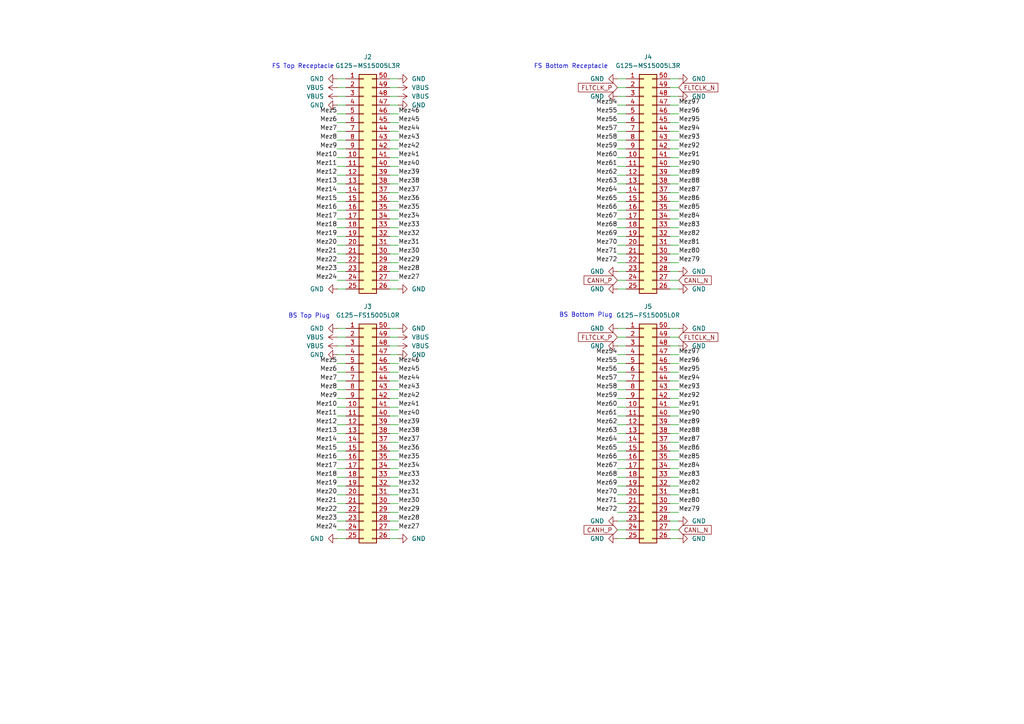
<source format=kicad_sch>
(kicad_sch (version 20250114) (generator "eeschema") (generator_version "9.0")
  (paper "A4")
  (lib_symbols
    (symbol "Connector_Generic:Conn_02x25_Counter_Clockwise" (pin_names (offset 1.016) (hide yes))
      (property "Reference" "J" (at 1.27 33.02 0))
      (property "Value" "Conn_02x25_Counter_Clockwise" (at 1.27 -33.02 0))
      (symbol "Conn_02x25_Counter_Clockwise_1_1"
        (rectangle (start -1.27 31.75) (end 3.81 -31.75) (stroke (width 0.254)) (fill (type background)))
        (rectangle (start -1.27 30.607) (end 0 30.353) (stroke (width 0.1524)))
        (rectangle (start -1.27 28.067) (end 0 27.813) (stroke (width 0.1524)))
        (rectangle (start -1.27 25.527) (end 0 25.273) (stroke (width 0.1524)))
        (rectangle (start -1.27 22.987) (end 0 22.733) (stroke (width 0.1524)))
        (rectangle (start -1.27 20.447) (end 0 20.193) (stroke (width 0.1524)))
        (rectangle (start -1.27 17.907) (end 0 17.653) (stroke (width 0.1524)))
        (rectangle (start -1.27 15.367) (end 0 15.113) (stroke (width 0.1524)))
        (rectangle (start -1.27 12.827) (end 0 12.573) (stroke (width 0.1524)))
        (rectangle (start -1.27 10.287) (end 0 10.033) (stroke (width 0.1524)))
        (rectangle (start -1.27 7.747) (end 0 7.493) (stroke (width 0.1524)))
        (rectangle (start -1.27 5.207) (end 0 4.953) (stroke (width 0.1524)))
        (rectangle (start -1.27 2.667) (end 0 2.413) (stroke (width 0.1524)))
        (rectangle (start -1.27 0.127) (end 0 -0.127) (stroke (width 0.1524)))
        (rectangle (start -1.27 -2.413) (end 0 -2.667) (stroke (width 0.1524)))
        (rectangle (start -1.27 -4.953) (end 0 -5.207) (stroke (width 0.1524)))
        (rectangle (start -1.27 -7.493) (end 0 -7.747) (stroke (width 0.1524)))
        (rectangle (start -1.27 -10.033) (end 0 -10.287) (stroke (width 0.1524)))
        (rectangle (start -1.27 -12.573) (end 0 -12.827) (stroke (width 0.1524)))
        (rectangle (start -1.27 -15.113) (end 0 -15.367) (stroke (width 0.1524)))
        (rectangle (start -1.27 -17.653) (end 0 -17.907) (stroke (width 0.1524)))
        (rectangle (start -1.27 -20.193) (end 0 -20.447) (stroke (width 0.1524)))
        (rectangle (start -1.27 -22.733) (end 0 -22.987) (stroke (width 0.1524)))
        (rectangle (start -1.27 -25.273) (end 0 -25.527) (stroke (width 0.1524)))
        (rectangle (start -1.27 -27.813) (end 0 -28.067) (stroke (width 0.1524)))
        (rectangle (start -1.27 -30.353) (end 0 -30.607) (stroke (width 0.1524)))
        (rectangle (start 3.81 30.607) (end 2.54 30.353) (stroke (width 0.1524)))
        (rectangle (start 3.81 28.067) (end 2.54 27.813) (stroke (width 0.1524)))
        (rectangle (start 3.81 25.527) (end 2.54 25.273) (stroke (width 0.1524)))
        (rectangle (start 3.81 22.987) (end 2.54 22.733) (stroke (width 0.1524)))
        (rectangle (start 3.81 20.447) (end 2.54 20.193) (stroke (width 0.1524)))
        (rectangle (start 3.81 17.907) (end 2.54 17.653) (stroke (width 0.1524)))
        (rectangle (start 3.81 15.367) (end 2.54 15.113) (stroke (width 0.1524)))
        (rectangle (start 3.81 12.827) (end 2.54 12.573) (stroke (width 0.1524)))
        (rectangle (start 3.81 10.287) (end 2.54 10.033) (stroke (width 0.1524)))
        (rectangle (start 3.81 7.747) (end 2.54 7.493) (stroke (width 0.1524)))
        (rectangle (start 3.81 5.207) (end 2.54 4.953) (stroke (width 0.1524)))
        (rectangle (start 3.81 2.667) (end 2.54 2.413) (stroke (width 0.1524)))
        (rectangle (start 3.81 0.127) (end 2.54 -0.127) (stroke (width 0.1524)))
        (rectangle (start 3.81 -2.413) (end 2.54 -2.667) (stroke (width 0.1524)))
        (rectangle (start 3.81 -4.953) (end 2.54 -5.207) (stroke (width 0.1524)))
        (rectangle (start 3.81 -7.493) (end 2.54 -7.747) (stroke (width 0.1524)))
        (rectangle (start 3.81 -10.033) (end 2.54 -10.287) (stroke (width 0.1524)))
        (rectangle (start 3.81 -12.573) (end 2.54 -12.827) (stroke (width 0.1524)))
        (rectangle (start 3.81 -15.113) (end 2.54 -15.367) (stroke (width 0.1524)))
        (rectangle (start 3.81 -17.653) (end 2.54 -17.907) (stroke (width 0.1524)))
        (rectangle (start 3.81 -20.193) (end 2.54 -20.447) (stroke (width 0.1524)))
        (rectangle (start 3.81 -22.733) (end 2.54 -22.987) (stroke (width 0.1524)))
        (rectangle (start 3.81 -25.273) (end 2.54 -25.527) (stroke (width 0.1524)))
        (rectangle (start 3.81 -27.813) (end 2.54 -28.067) (stroke (width 0.1524)))
        (rectangle (start 3.81 -30.353) (end 2.54 -30.607) (stroke (width 0.1524)))
        (pin passive line (at -5.08 30.48 0) (length 3.81) (name "Pin_1") (number "1"))
        (pin passive line (at -5.08 27.94 0) (length 3.81) (name "Pin_2") (number "2"))
        (pin passive line (at -5.08 25.4 0) (length 3.81) (name "Pin_3") (number "3"))
        (pin passive line (at -5.08 22.86 0) (length 3.81) (name "Pin_4") (number "4"))
        (pin passive line (at -5.08 20.32 0) (length 3.81) (name "Pin_5") (number "5"))
        (pin passive line (at -5.08 17.78 0) (length 3.81) (name "Pin_6") (number "6"))
        (pin passive line (at -5.08 15.24 0) (length 3.81) (name "Pin_7") (number "7"))
        (pin passive line (at -5.08 12.7 0) (length 3.81) (name "Pin_8") (number "8"))
        (pin passive line (at -5.08 10.16 0) (length 3.81) (name "Pin_9") (number "9"))
        (pin passive line (at -5.08 7.62 0) (length 3.81) (name "Pin_10") (number "10"))
        (pin passive line (at -5.08 5.08 0) (length 3.81) (name "Pin_11") (number "11"))
        (pin passive line (at -5.08 2.54 0) (length 3.81) (name "Pin_12") (number "12"))
        (pin passive line (at -5.08 0 0) (length 3.81) (name "Pin_13") (number "13"))
        (pin passive line (at -5.08 -2.54 0) (length 3.81) (name "Pin_14") (number "14"))
        (pin passive line (at -5.08 -5.08 0) (length 3.81) (name "Pin_15") (number "15"))
        (pin passive line (at -5.08 -7.62 0) (length 3.81) (name "Pin_16") (number "16"))
        (pin passive line (at -5.08 -10.16 0) (length 3.81) (name "Pin_17") (number "17"))
        (pin passive line (at -5.08 -12.7 0) (length 3.81) (name "Pin_18") (number "18"))
        (pin passive line (at -5.08 -15.24 0) (length 3.81) (name "Pin_19") (number "19"))
        (pin passive line (at -5.08 -17.78 0) (length 3.81) (name "Pin_20") (number "20"))
        (pin passive line (at -5.08 -20.32 0) (length 3.81) (name "Pin_21") (number "21"))
        (pin passive line (at -5.08 -22.86 0) (length 3.81) (name "Pin_22") (number "22"))
        (pin passive line (at -5.08 -25.4 0) (length 3.81) (name "Pin_23") (number "23"))
        (pin passive line (at -5.08 -27.94 0) (length 3.81) (name "Pin_24") (number "24"))
        (pin passive line (at -5.08 -30.48 0) (length 3.81) (name "Pin_25") (number "25"))
        (pin passive line (at 7.62 30.48 180) (length 3.81) (name "Pin_50") (number "50"))
        (pin passive line (at 7.62 27.94 180) (length 3.81) (name "Pin_49") (number "49"))
        (pin passive line (at 7.62 25.4 180) (length 3.81) (name "Pin_48") (number "48"))
        (pin passive line (at 7.62 22.86 180) (length 3.81) (name "Pin_47") (number "47"))
        (pin passive line (at 7.62 20.32 180) (length 3.81) (name "Pin_46") (number "46"))
        (pin passive line (at 7.62 17.78 180) (length 3.81) (name "Pin_45") (number "45"))
        (pin passive line (at 7.62 15.24 180) (length 3.81) (name "Pin_44") (number "44"))
        (pin passive line (at 7.62 12.7 180) (length 3.81) (name "Pin_43") (number "43"))
        (pin passive line (at 7.62 10.16 180) (length 3.81) (name "Pin_42") (number "42"))
        (pin passive line (at 7.62 7.62 180) (length 3.81) (name "Pin_41") (number "41"))
        (pin passive line (at 7.62 5.08 180) (length 3.81) (name "Pin_40") (number "40"))
        (pin passive line (at 7.62 2.54 180) (length 3.81) (name "Pin_39") (number "39"))
        (pin passive line (at 7.62 0 180) (length 3.81) (name "Pin_38") (number "38"))
        (pin passive line (at 7.62 -2.54 180) (length 3.81) (name "Pin_37") (number "37"))
        (pin passive line (at 7.62 -5.08 180) (length 3.81) (name "Pin_36") (number "36"))
        (pin passive line (at 7.62 -7.62 180) (length 3.81) (name "Pin_35") (number "35"))
        (pin passive line (at 7.62 -10.16 180) (length 3.81) (name "Pin_34") (number "34"))
        (pin passive line (at 7.62 -12.7 180) (length 3.81) (name "Pin_33") (number "33"))
        (pin passive line (at 7.62 -15.24 180) (length 3.81) (name "Pin_32") (number "32"))
        (pin passive line (at 7.62 -17.78 180) (length 3.81) (name "Pin_31") (number "31"))
        (pin passive line (at 7.62 -20.32 180) (length 3.81) (name "Pin_30") (number "30"))
        (pin passive line (at 7.62 -22.86 180) (length 3.81) (name "Pin_29") (number "29"))
        (pin passive line (at 7.62 -25.4 180) (length 3.81) (name "Pin_28") (number "28"))
        (pin passive line (at 7.62 -27.94 180) (length 3.81) (name "Pin_27") (number "27"))
        (pin passive line (at 7.62 -30.48 180) (length 3.81) (name "Pin_26") (number "26"))
      )
    )
    (symbol "power:GND" (power) (pin_numbers (hide yes)) (pin_names (offset 0) (hide yes))
      (property "Value" "GND" (at 0 -3.81 0))
      (symbol "GND_0_1"
        (polyline (pts (xy 0 0) (xy 0 -1.27) (xy 1.27 -1.27) (xy 0 -2.54) (xy -1.27 -1.27) (xy 0 -1.27)))
      )
      (symbol "GND_1_1"
        (pin power_in line (at 0 0 270) (length 0) (name "~") (number "1"))
      )
    )
    (symbol "power:VBUS" (power) (pin_numbers (hide yes)) (pin_names (offset 0) (hide yes))
      (property "Value" "VBUS" (at 0 3.556 0))
      (symbol "VBUS_0_1"
        (polyline (pts (xy -0.762 1.27) (xy 0 2.54)))
        (polyline (pts (xy 0 2.54) (xy 0.762 1.27)))
        (polyline (pts (xy 0 0) (xy 0 2.54)))
      )
      (symbol "VBUS_1_1"
        (pin power_in line (at 0 0 90) (length 0) (name "~") (number "1"))
      )
    )
  )
  (text "FS Bottom Receptacle" (at 165.608 19.304 0) (effects (font (size 1.27 1.27))))
  (text "BS Top Plug" (at 89.662 91.694 0) (effects (font (size 1.27 1.27))))
  (text "BS Bottom Plug" (at 169.926 91.44 0) (effects (font (size 1.27 1.27))))
  (text "FS Top Receptacle" (at 87.884 19.304 0) (effects (font (size 1.27 1.27))))
  (wire (pts (xy 179.07 133.35) (xy 181.61 133.35)))
  (wire (pts (xy 97.79 120.65) (xy 100.33 120.65)))
  (wire (pts (xy 113.03 156.21) (xy 115.57 156.21)))
  (wire (pts (xy 194.31 148.59) (xy 196.85 148.59)))
  (wire (pts (xy 194.31 115.57) (xy 196.85 115.57)))
  (wire (pts (xy 194.31 73.66) (xy 196.85 73.66)))
  (wire (pts (xy 97.79 143.51) (xy 100.33 143.51)))
  (wire (pts (xy 97.79 81.28) (xy 100.33 81.28)))
  (wire (pts (xy 97.79 146.05) (xy 100.33 146.05)))
  (wire (pts (xy 179.07 63.5) (xy 181.61 63.5)))
  (wire (pts (xy 97.79 71.12) (xy 100.33 71.12)))
  (wire (pts (xy 179.07 66.04) (xy 181.61 66.04)))
  (wire (pts (xy 97.79 125.73) (xy 100.33 125.73)))
  (wire (pts (xy 113.03 83.82) (xy 115.57 83.82)))
  (wire (pts (xy 194.31 22.86) (xy 196.85 22.86)))
  (wire (pts (xy 179.07 105.41) (xy 181.61 105.41)))
  (wire (pts (xy 179.07 71.12) (xy 181.61 71.12)))
  (wire (pts (xy 97.79 100.33) (xy 100.33 100.33)))
  (wire (pts (xy 97.79 55.88) (xy 100.33 55.88)))
  (wire (pts (xy 179.07 45.72) (xy 181.61 45.72)))
  (wire (pts (xy 113.03 115.57) (xy 115.57 115.57)))
  (wire (pts (xy 113.03 105.41) (xy 115.57 105.41)))
  (wire (pts (xy 179.07 120.65) (xy 181.61 120.65)))
  (wire (pts (xy 97.79 110.49) (xy 100.33 110.49)))
  (wire (pts (xy 194.31 81.28) (xy 196.85 81.28)))
  (wire (pts (xy 194.31 76.2) (xy 196.85 76.2)))
  (wire (pts (xy 113.03 76.2) (xy 115.57 76.2)))
  (wire (pts (xy 113.03 95.25) (xy 115.57 95.25)))
  (wire (pts (xy 179.07 107.95) (xy 181.61 107.95)))
  (wire (pts (xy 194.31 130.81) (xy 196.85 130.81)))
  (wire (pts (xy 194.31 63.5) (xy 196.85 63.5)))
  (wire (pts (xy 194.31 60.96) (xy 196.85 60.96)))
  (wire (pts (xy 97.79 53.34) (xy 100.33 53.34)))
  (wire (pts (xy 97.79 43.18) (xy 100.33 43.18)))
  (wire (pts (xy 179.07 50.8) (xy 181.61 50.8)))
  (wire (pts (xy 97.79 27.94) (xy 100.33 27.94)))
  (wire (pts (xy 179.07 128.27) (xy 181.61 128.27)))
  (wire (pts (xy 179.07 123.19) (xy 181.61 123.19)))
  (wire (pts (xy 113.03 63.5) (xy 115.57 63.5)))
  (wire (pts (xy 97.79 148.59) (xy 100.33 148.59)))
  (wire (pts (xy 194.31 153.67) (xy 196.85 153.67)))
  (wire (pts (xy 97.79 97.79) (xy 100.33 97.79)))
  (wire (pts (xy 113.03 71.12) (xy 115.57 71.12)))
  (wire (pts (xy 97.79 135.89) (xy 100.33 135.89)))
  (wire (pts (xy 113.03 120.65) (xy 115.57 120.65)))
  (wire (pts (xy 113.03 148.59) (xy 115.57 148.59)))
  (wire (pts (xy 194.31 133.35) (xy 196.85 133.35)))
  (wire (pts (xy 97.79 73.66) (xy 100.33 73.66)))
  (wire (pts (xy 179.07 53.34) (xy 181.61 53.34)))
  (wire (pts (xy 179.07 25.4) (xy 181.61 25.4)))
  (wire (pts (xy 194.31 138.43) (xy 196.85 138.43)))
  (wire (pts (xy 97.79 63.5) (xy 100.33 63.5)))
  (wire (pts (xy 194.31 100.33) (xy 196.85 100.33)))
  (wire (pts (xy 97.79 25.4) (xy 100.33 25.4)))
  (wire (pts (xy 194.31 146.05) (xy 196.85 146.05)))
  (wire (pts (xy 194.31 120.65) (xy 196.85 120.65)))
  (wire (pts (xy 113.03 66.04) (xy 115.57 66.04)))
  (wire (pts (xy 194.31 151.13) (xy 196.85 151.13)))
  (wire (pts (xy 179.07 35.56) (xy 181.61 35.56)))
  (wire (pts (xy 179.07 97.79) (xy 181.61 97.79)))
  (wire (pts (xy 97.79 58.42) (xy 100.33 58.42)))
  (wire (pts (xy 113.03 100.33) (xy 115.57 100.33)))
  (wire (pts (xy 194.31 97.79) (xy 196.85 97.79)))
  (wire (pts (xy 113.03 30.48) (xy 115.57 30.48)))
  (wire (pts (xy 113.03 151.13) (xy 115.57 151.13)))
  (wire (pts (xy 194.31 125.73) (xy 196.85 125.73)))
  (wire (pts (xy 113.03 78.74) (xy 115.57 78.74)))
  (wire (pts (xy 179.07 95.25) (xy 181.61 95.25)))
  (wire (pts (xy 194.31 128.27) (xy 196.85 128.27)))
  (wire (pts (xy 194.31 102.87) (xy 196.85 102.87)))
  (wire (pts (xy 194.31 53.34) (xy 196.85 53.34)))
  (wire (pts (xy 179.07 83.82) (xy 181.61 83.82)))
  (wire (pts (xy 194.31 83.82) (xy 196.85 83.82)))
  (wire (pts (xy 97.79 105.41) (xy 100.33 105.41)))
  (wire (pts (xy 97.79 22.86) (xy 100.33 22.86)))
  (wire (pts (xy 194.31 30.48) (xy 196.85 30.48)))
  (wire (pts (xy 179.07 113.03) (xy 181.61 113.03)))
  (wire (pts (xy 113.03 97.79) (xy 115.57 97.79)))
  (wire (pts (xy 194.31 107.95) (xy 196.85 107.95)))
  (wire (pts (xy 194.31 50.8) (xy 196.85 50.8)))
  (wire (pts (xy 194.31 68.58) (xy 196.85 68.58)))
  (wire (pts (xy 97.79 76.2) (xy 100.33 76.2)))
  (wire (pts (xy 179.07 138.43) (xy 181.61 138.43)))
  (wire (pts (xy 179.07 156.21) (xy 181.61 156.21)))
  (wire (pts (xy 97.79 107.95) (xy 100.33 107.95)))
  (wire (pts (xy 113.03 146.05) (xy 115.57 146.05)))
  (wire (pts (xy 97.79 151.13) (xy 100.33 151.13)))
  (wire (pts (xy 97.79 78.74) (xy 100.33 78.74)))
  (wire (pts (xy 97.79 123.19) (xy 100.33 123.19)))
  (wire (pts (xy 179.07 135.89) (xy 181.61 135.89)))
  (wire (pts (xy 194.31 135.89) (xy 196.85 135.89)))
  (wire (pts (xy 179.07 102.87) (xy 181.61 102.87)))
  (wire (pts (xy 113.03 123.19) (xy 115.57 123.19)))
  (wire (pts (xy 194.31 156.21) (xy 196.85 156.21)))
  (wire (pts (xy 113.03 130.81) (xy 115.57 130.81)))
  (wire (pts (xy 97.79 40.64) (xy 100.33 40.64)))
  (wire (pts (xy 194.31 123.19) (xy 196.85 123.19)))
  (wire (pts (xy 113.03 35.56) (xy 115.57 35.56)))
  (wire (pts (xy 113.03 153.67) (xy 115.57 153.67)))
  (wire (pts (xy 113.03 113.03) (xy 115.57 113.03)))
  (wire (pts (xy 179.07 48.26) (xy 181.61 48.26)))
  (wire (pts (xy 113.03 40.64) (xy 115.57 40.64)))
  (wire (pts (xy 113.03 22.86) (xy 115.57 22.86)))
  (wire (pts (xy 194.31 71.12) (xy 196.85 71.12)))
  (wire (pts (xy 113.03 107.95) (xy 115.57 107.95)))
  (wire (pts (xy 179.07 73.66) (xy 181.61 73.66)))
  (wire (pts (xy 179.07 22.86) (xy 181.61 22.86)))
  (wire (pts (xy 179.07 146.05) (xy 181.61 146.05)))
  (wire (pts (xy 97.79 60.96) (xy 100.33 60.96)))
  (wire (pts (xy 97.79 118.11) (xy 100.33 118.11)))
  (wire (pts (xy 194.31 58.42) (xy 196.85 58.42)))
  (wire (pts (xy 97.79 33.02) (xy 100.33 33.02)))
  (wire (pts (xy 194.31 33.02) (xy 196.85 33.02)))
  (wire (pts (xy 179.07 40.64) (xy 181.61 40.64)))
  (wire (pts (xy 179.07 130.81) (xy 181.61 130.81)))
  (wire (pts (xy 194.31 45.72) (xy 196.85 45.72)))
  (wire (pts (xy 194.31 38.1) (xy 196.85 38.1)))
  (wire (pts (xy 179.07 55.88) (xy 181.61 55.88)))
  (wire (pts (xy 97.79 48.26) (xy 100.33 48.26)))
  (wire (pts (xy 113.03 81.28) (xy 115.57 81.28)))
  (wire (pts (xy 97.79 153.67) (xy 100.33 153.67)))
  (wire (pts (xy 194.31 25.4) (xy 196.85 25.4)))
  (wire (pts (xy 179.07 30.48) (xy 181.61 30.48)))
  (wire (pts (xy 97.79 35.56) (xy 100.33 35.56)))
  (wire (pts (xy 194.31 78.74) (xy 196.85 78.74)))
  (wire (pts (xy 179.07 76.2) (xy 181.61 76.2)))
  (wire (pts (xy 179.07 125.73) (xy 181.61 125.73)))
  (wire (pts (xy 194.31 143.51) (xy 196.85 143.51)))
  (wire (pts (xy 179.07 115.57) (xy 181.61 115.57)))
  (wire (pts (xy 113.03 48.26) (xy 115.57 48.26)))
  (wire (pts (xy 113.03 102.87) (xy 115.57 102.87)))
  (wire (pts (xy 113.03 50.8) (xy 115.57 50.8)))
  (wire (pts (xy 179.07 140.97) (xy 181.61 140.97)))
  (wire (pts (xy 113.03 143.51) (xy 115.57 143.51)))
  (wire (pts (xy 194.31 66.04) (xy 196.85 66.04)))
  (wire (pts (xy 179.07 58.42) (xy 181.61 58.42)))
  (wire (pts (xy 113.03 110.49) (xy 115.57 110.49)))
  (wire (pts (xy 97.79 30.48) (xy 100.33 30.48)))
  (wire (pts (xy 113.03 33.02) (xy 115.57 33.02)))
  (wire (pts (xy 97.79 138.43) (xy 100.33 138.43)))
  (wire (pts (xy 97.79 115.57) (xy 100.33 115.57)))
  (wire (pts (xy 194.31 140.97) (xy 196.85 140.97)))
  (wire (pts (xy 97.79 156.21) (xy 100.33 156.21)))
  (wire (pts (xy 97.79 83.82) (xy 100.33 83.82)))
  (wire (pts (xy 194.31 48.26) (xy 196.85 48.26)))
  (wire (pts (xy 97.79 128.27) (xy 100.33 128.27)))
  (wire (pts (xy 97.79 113.03) (xy 100.33 113.03)))
  (wire (pts (xy 179.07 153.67) (xy 181.61 153.67)))
  (wire (pts (xy 113.03 53.34) (xy 115.57 53.34)))
  (wire (pts (xy 97.79 66.04) (xy 100.33 66.04)))
  (wire (pts (xy 97.79 95.25) (xy 100.33 95.25)))
  (wire (pts (xy 179.07 118.11) (xy 181.61 118.11)))
  (wire (pts (xy 113.03 128.27) (xy 115.57 128.27)))
  (wire (pts (xy 179.07 43.18) (xy 181.61 43.18)))
  (wire (pts (xy 113.03 43.18) (xy 115.57 43.18)))
  (wire (pts (xy 179.07 148.59) (xy 181.61 148.59)))
  (wire (pts (xy 113.03 55.88) (xy 115.57 55.88)))
  (wire (pts (xy 194.31 105.41) (xy 196.85 105.41)))
  (wire (pts (xy 194.31 95.25) (xy 196.85 95.25)))
  (wire (pts (xy 194.31 118.11) (xy 196.85 118.11)))
  (wire (pts (xy 194.31 55.88) (xy 196.85 55.88)))
  (wire (pts (xy 97.79 50.8) (xy 100.33 50.8)))
  (wire (pts (xy 113.03 138.43) (xy 115.57 138.43)))
  (wire (pts (xy 179.07 38.1) (xy 181.61 38.1)))
  (wire (pts (xy 113.03 60.96) (xy 115.57 60.96)))
  (wire (pts (xy 194.31 113.03) (xy 196.85 113.03)))
  (wire (pts (xy 113.03 135.89) (xy 115.57 135.89)))
  (wire (pts (xy 113.03 27.94) (xy 115.57 27.94)))
  (wire (pts (xy 179.07 27.94) (xy 181.61 27.94)))
  (wire (pts (xy 179.07 81.28) (xy 181.61 81.28)))
  (wire (pts (xy 194.31 110.49) (xy 196.85 110.49)))
  (wire (pts (xy 113.03 73.66) (xy 115.57 73.66)))
  (wire (pts (xy 194.31 43.18) (xy 196.85 43.18)))
  (wire (pts (xy 113.03 133.35) (xy 115.57 133.35)))
  (wire (pts (xy 97.79 140.97) (xy 100.33 140.97)))
  (wire (pts (xy 194.31 40.64) (xy 196.85 40.64)))
  (wire (pts (xy 113.03 140.97) (xy 115.57 140.97)))
  (wire (pts (xy 179.07 151.13) (xy 181.61 151.13)))
  (wire (pts (xy 97.79 130.81) (xy 100.33 130.81)))
  (wire (pts (xy 113.03 25.4) (xy 115.57 25.4)))
  (wire (pts (xy 194.31 35.56) (xy 196.85 35.56)))
  (wire (pts (xy 97.79 68.58) (xy 100.33 68.58)))
  (wire (pts (xy 179.07 60.96) (xy 181.61 60.96)))
  (wire (pts (xy 113.03 118.11) (xy 115.57 118.11)))
  (wire (pts (xy 179.07 33.02) (xy 181.61 33.02)))
  (wire (pts (xy 97.79 133.35) (xy 100.33 133.35)))
  (wire (pts (xy 113.03 38.1) (xy 115.57 38.1)))
  (wire (pts (xy 113.03 68.58) (xy 115.57 68.58)))
  (wire (pts (xy 97.79 102.87) (xy 100.33 102.87)))
  (wire (pts (xy 194.31 27.94) (xy 196.85 27.94)))
  (wire (pts (xy 179.07 68.58) (xy 181.61 68.58)))
  (wire (pts (xy 113.03 58.42) (xy 115.57 58.42)))
  (wire (pts (xy 179.07 78.74) (xy 181.61 78.74)))
  (wire (pts (xy 179.07 143.51) (xy 181.61 143.51)))
  (wire (pts (xy 97.79 38.1) (xy 100.33 38.1)))
  (wire (pts (xy 113.03 45.72) (xy 115.57 45.72)))
  (wire (pts (xy 97.79 45.72) (xy 100.33 45.72)))
  (wire (pts (xy 179.07 110.49) (xy 181.61 110.49)))
  (wire (pts (xy 179.07 100.33) (xy 181.61 100.33)))
  (wire (pts (xy 113.03 125.73) (xy 115.57 125.73)))
  (label "Mez69" (at 179.07 140.97 180))
  (label "Mez11" (at 97.79 48.26 180))
  (label "Mez64" (at 179.07 128.27 180))
  (label "Mez18" (at 97.79 138.43 180))
  (label "Mez46" (at 115.57 105.41 0))
  (label "Mez62" (at 179.07 123.19 180))
  (label "Mez16" (at 97.79 133.35 180))
  (label "Mez29" (at 115.57 148.59 0))
  (label "Mez86" (at 196.85 130.81 0))
  (label "Mez66" (at 179.07 60.96 180))
  (label "Mez12" (at 97.79 50.8 180))
  (label "Mez62" (at 179.07 50.8 180))
  (label "Mez64" (at 179.07 55.88 180))
  (label "Mez16" (at 97.79 60.96 180))
  (label "Mez45" (at 115.57 35.56 0))
  (label "Mez8" (at 97.79 113.03 180))
  (label "Mez80" (at 196.85 73.66 0))
  (label "Mez67" (at 179.07 63.5 180))
  (label "Mez22" (at 97.79 76.2 180))
  (label "Mez68" (at 179.07 66.04 180))
  (label "Mez15" (at 97.79 130.81 180))
  (label "Mez7" (at 97.79 38.1 180))
  (label "Mez72" (at 179.07 76.2 180))
  (label "Mez23" (at 97.79 151.13 180))
  (label "Mez85" (at 196.85 133.35 0))
  (label "Mez45" (at 115.57 107.95 0))
  (label "Mez54" (at 179.07 30.48 180))
  (label "Mez68" (at 179.07 138.43 180))
  (label "Mez22" (at 97.79 148.59 180))
  (label "Mez94" (at 196.85 110.49 0))
  (label "Mez32" (at 115.57 140.97 0))
  (label "Mez10" (at 97.79 45.72 180))
  (label "Mez30" (at 115.57 146.05 0))
  (label "Mez33" (at 115.57 66.04 0))
  (label "Mez7" (at 97.79 110.49 180))
  (label "Mez27" (at 115.57 81.28 0))
  (label "Mez11" (at 97.79 120.65 180))
  (label "Mez44" (at 115.57 38.1 0))
  (label "Mez56" (at 179.07 107.95 180))
  (label "Mez59" (at 179.07 43.18 180))
  (label "Mez87" (at 196.85 128.27 0))
  (label "Mez97" (at 196.85 102.87 0))
  (label "Mez41" (at 115.57 118.11 0))
  (label "Mez96" (at 196.85 105.41 0))
  (label "Mez40" (at 115.57 48.26 0))
  (label "Mez20" (at 97.79 71.12 180))
  (label "Mez65" (at 179.07 58.42 180))
  (label "Mez93" (at 196.85 113.03 0))
  (label "Mez90" (at 196.85 120.65 0))
  (label "Mez81" (at 196.85 143.51 0))
  (label "Mez29" (at 115.57 76.2 0))
  (label "Mez8" (at 97.79 40.64 180))
  (label "Mez95" (at 196.85 107.95 0))
  (label "Mez46" (at 115.57 33.02 0))
  (label "Mez70" (at 179.07 71.12 180))
  (label "Mez35" (at 115.57 133.35 0))
  (label "Mez12" (at 97.79 123.19 180))
  (label "Mez71" (at 179.07 73.66 180))
  (label "Mez92" (at 196.85 43.18 0))
  (label "Mez43" (at 115.57 113.03 0))
  (label "Mez56" (at 179.07 35.56 180))
  (label "Mez89" (at 196.85 123.19 0))
  (label "Mez70" (at 179.07 143.51 180))
  (label "Mez9" (at 97.79 43.18 180))
  (label "Mez33" (at 115.57 138.43 0))
  (label "Mez31" (at 115.57 71.12 0))
  (label "Mez43" (at 115.57 40.64 0))
  (label "Mez5" (at 97.79 33.02 180))
  (label "Mez88" (at 196.85 125.73 0))
  (label "Mez20" (at 97.79 143.51 180))
  (label "Mez9" (at 97.79 115.57 180))
  (label "Mez61" (at 179.07 120.65 180))
  (label "Mez61" (at 179.07 48.26 180))
  (label "Mez32" (at 115.57 68.58 0))
  (label "Mez90" (at 196.85 48.26 0))
  (label "Mez34" (at 115.57 135.89 0))
  (label "Mez19" (at 97.79 68.58 180))
  (label "Mez69" (at 179.07 68.58 180))
  (label "Mez91" (at 196.85 118.11 0))
  (label "Mez23" (at 97.79 78.74 180))
  (label "Mez71" (at 179.07 146.05 180))
  (label "Mez82" (at 196.85 68.58 0))
  (label "Mez96" (at 196.85 33.02 0))
  (label "Mez24" (at 97.79 81.28 180))
  (label "Mez58" (at 179.07 40.64 180))
  (label "Mez17" (at 97.79 135.89 180))
  (label "Mez38" (at 115.57 125.73 0))
  (label "Mez91" (at 196.85 45.72 0))
  (label "Mez17" (at 97.79 63.5 180))
  (label "Mez28" (at 115.57 78.74 0))
  (label "Mez87" (at 196.85 55.88 0))
  (label "Mez92" (at 196.85 115.57 0))
  (label "Mez6" (at 97.79 35.56 180))
  (label "Mez89" (at 196.85 50.8 0))
  (label "Mez83" (at 196.85 66.04 0))
  (label "Mez42" (at 115.57 43.18 0))
  (label "Mez85" (at 196.85 60.96 0))
  (label "Mez55" (at 179.07 33.02 180))
  (label "Mez60" (at 179.07 118.11 180))
  (label "Mez79" (at 196.85 76.2 0))
  (label "Mez13" (at 97.79 53.34 180))
  (label "Mez63" (at 179.07 125.73 180))
  (label "Mez39" (at 115.57 50.8 0))
  (label "Mez72" (at 179.07 148.59 180))
  (label "Mez37" (at 115.57 128.27 0))
  (label "Mez54" (at 179.07 102.87 180))
  (label "Mez35" (at 115.57 60.96 0))
  (label "Mez67" (at 179.07 135.89 180))
  (label "Mez10" (at 97.79 118.11 180))
  (label "Mez80" (at 196.85 146.05 0))
  (label "Mez24" (at 97.79 153.67 180))
  (label "Mez79" (at 196.85 148.59 0))
  (label "Mez44" (at 115.57 110.49 0))
  (label "Mez63" (at 179.07 53.34 180))
  (label "Mez14" (at 97.79 128.27 180))
  (label "Mez30" (at 115.57 73.66 0))
  (label "Mez41" (at 115.57 45.72 0))
  (label "Mez59" (at 179.07 115.57 180))
  (label "Mez86" (at 196.85 58.42 0))
  (label "Mez81" (at 196.85 71.12 0))
  (label "Mez58" (at 179.07 113.03 180))
  (label "Mez94" (at 196.85 38.1 0))
  (label "Mez18" (at 97.79 66.04 180))
  (label "Mez36" (at 115.57 130.81 0))
  (label "Mez38" (at 115.57 53.34 0))
  (label "Mez28" (at 115.57 151.13 0))
  (label "Mez19" (at 97.79 140.97 180))
  (label "Mez60" (at 179.07 45.72 180))
  (label "Mez27" (at 115.57 153.67 0))
  (label "Mez66" (at 179.07 133.35 180))
  (label "Mez31" (at 115.57 143.51 0))
  (label "Mez15" (at 97.79 58.42 180))
  (label "Mez14" (at 97.79 55.88 180))
  (label "Mez83" (at 196.85 138.43 0))
  (label "Mez21" (at 97.79 73.66 180))
  (label "Mez84" (at 196.85 135.89 0))
  (label "Mez6" (at 97.79 107.95 180))
  (label "Mez42" (at 115.57 115.57 0))
  (label "Mez84" (at 196.85 63.5 0))
  (label "Mez82" (at 196.85 140.97 0))
  (label "Mez65" (at 179.07 130.81 180))
  (label "Mez55" (at 179.07 105.41 180))
  (label "Mez93" (at 196.85 40.64 0))
  (label "Mez5" (at 97.79 105.41 180))
  (label "Mez57" (at 179.07 38.1 180))
  (label "Mez57" (at 179.07 110.49 180))
  (label "Mez97" (at 196.85 30.48 0))
  (label "Mez88" (at 196.85 53.34 0))
  (label "Mez37" (at 115.57 55.88 0))
  (label "Mez13" (at 97.79 125.73 180))
  (label "Mez95" (at 196.85 35.56 0))
  (label "Mez21" (at 97.79 146.05 180))
  (label "Mez36" (at 115.57 58.42 0))
  (label "Mez39" (at 115.57 123.19 0))
  (label "Mez34" (at 115.57 63.5 0))
  (label "Mez40" (at 115.57 120.65 0))
  (global_label "CANL_N" (shape input) (at 196.85 81.28 0) (property "Intersheetrefs" "${INTERSHEET_REFS}" (effects (hide yes))))
  (global_label "CANH_P" (shape input) (at 179.07 153.67 180) (property "Intersheetrefs" "${INTERSHEET_REFS}" (effects (hide yes))))
  (global_label "FLTCLK_P" (shape input) (at 179.07 97.79 180) (property "Intersheetrefs" "${INTERSHEET_REFS}" (effects (hide yes))))
  (global_label "FLTCLK_N" (shape input) (at 196.85 97.79 0) (property "Intersheetrefs" "${INTERSHEET_REFS}" (effects (hide yes))))
  (global_label "CANL_N" (shape input) (at 196.85 153.67 0) (property "Intersheetrefs" "${INTERSHEET_REFS}" (effects (hide yes))))
  (global_label "CANH_P" (shape input) (at 179.07 81.28 180) (property "Intersheetrefs" "${INTERSHEET_REFS}" (effects (hide yes))))
  (global_label "FLTCLK_N" (shape input) (at 196.85 25.4 0) (property "Intersheetrefs" "${INTERSHEET_REFS}" (effects (hide yes))))
  (global_label "FLTCLK_P" (shape input) (at 179.07 25.4 180) (property "Intersheetrefs" "${INTERSHEET_REFS}" (effects (hide yes))))
  (symbol (lib_id "power:GND") (at 115.57 83.82 90) (unit 1)
    (property "Reference" "#PWR031" (effects (hide yes)))
    (property "Value" "GND" (at 119.38 83.8199 90) (effects (justify right)))
    (property "Description" "Power symbol creates a global label with name \"GND\" , ground" (effects (hide yes)))
  )
  (symbol (lib_id "power:GND") (at 97.79 156.21 270) (unit 1)
    (property "Reference" "#PWR047" (effects (hide yes)))
    (property "Value" "GND" (at 93.98 156.2099 90) (effects (justify right)))
    (property "Description" "Power symbol creates a global label with name \"GND\" , ground" (effects (hide yes)))
  )
  (symbol (lib_id "Connector_Generic:Conn_02x25_Counter_Clockwise") (at 186.69 125.73 0) (unit 1)
    (property "Reference" "J5" (at 187.96 88.9 0))
    (property "Value" "G125-FS15005L0R" (at 187.96 91.44 0))
    (property "Footprint" "Harwin_Conn_SMT:HARWIN_G125-FS15005L0R" (effects (hide yes)))
    (property "Datasheet" "https://www.harwin.com/products/G125-FS15005L0R" (effects (hide yes)))
    (property "Description" "1.25mm Pitch High-Reliability Connector - Gecko Latch" (effects (hide yes)))
  )
  (symbol (lib_id "power:GND") (at 179.07 156.21 270) (mirror x) (unit 1)
    (property "Reference" "#PWR056" (effects (hide yes)))
    (property "Value" "GND" (at 175.26 156.2099 90) (effects (justify right)))
    (property "Description" "Power symbol creates a global label with name \"GND\" , ground" (effects (hide yes)))
  )
  (symbol (lib_id "power:VBUS") (at 97.79 27.94 90) (unit 1)
    (property "Reference" "#PWR040" (effects (hide yes)))
    (property "Value" "VBUS" (at 93.98 27.9399 90) (effects (justify left)))
    (property "Description" "Power symbol creates a global label with name \"VBUS\"" (effects (hide yes)))
  )
  (symbol (lib_id "Connector_Generic:Conn_02x25_Counter_Clockwise") (at 105.41 125.73 0) (unit 1)
    (property "Reference" "J3" (at 106.68 88.9 0))
    (property "Value" "G125-FS15005L0R" (at 106.68 91.44 0))
    (property "Footprint" "Harwin_Conn_SMT:HARWIN_G125-FS15005L0R" (effects (hide yes)))
    (property "Datasheet" "https://www.harwin.com/products/G125-FS15005L0R" (effects (hide yes)))
    (property "Description" "1.25mm Pitch High-Reliability Connector - Gecko Latch" (effects (hide yes)))
  )
  (symbol (lib_id "Connector_Generic:Conn_02x25_Counter_Clockwise") (at 186.69 53.34 0) (unit 1)
    (property "Reference" "J4" (at 187.96 16.51 0))
    (property "Value" "G125-MS15005L3R" (at 187.96 19.05 0))
    (property "Footprint" "Harwin_Conn_SMT:HARWIN_G125-MS15005L3R" (effects (hide yes)))
    (property "Datasheet" "https://www.harwin.com/products/G125-MS15005L3R" (effects (hide yes)))
    (property "Description" "1.25mm Pitch High-Reliability Connector - Gecko Latch" (effects (hide yes)))
  )
  (symbol (lib_id "power:GND") (at 97.79 22.86 270) (unit 1)
    (property "Reference" "#PWR033" (effects (hide yes)))
    (property "Value" "GND" (at 93.98 22.8599 90) (effects (justify right)))
    (property "Description" "Power symbol creates a global label with name \"GND\" , ground" (effects (hide yes)))
  )
  (symbol (lib_id "power:VBUS") (at 97.79 25.4 90) (unit 1)
    (property "Reference" "#PWR039" (effects (hide yes)))
    (property "Value" "VBUS" (at 93.98 25.3999 90) (effects (justify left)))
    (property "Description" "Power symbol creates a global label with name \"VBUS\"" (effects (hide yes)))
  )
  (symbol (lib_id "power:GND") (at 115.57 95.25 90) (unit 1)
    (property "Reference" "#PWR048" (effects (hide yes)))
    (property "Value" "GND" (at 119.38 95.2499 90) (effects (justify right)))
    (property "Description" "Power symbol creates a global label with name \"GND\" , ground" (effects (hide yes)))
  )
  (symbol (lib_id "power:VBUS") (at 115.57 25.4 270) (unit 1)
    (property "Reference" "#PWR041" (effects (hide yes)))
    (property "Value" "VBUS" (at 119.38 25.3999 90) (effects (justify left)))
    (property "Description" "Power symbol creates a global label with name \"VBUS\"" (effects (hide yes)))
  )
  (symbol (lib_id "power:VBUS") (at 115.57 97.79 270) (unit 1)
    (property "Reference" "#PWR049" (effects (hide yes)))
    (property "Value" "VBUS" (at 119.38 97.7899 90) (effects (justify left)))
    (property "Description" "Power symbol creates a global label with name \"VBUS\"" (effects (hide yes)))
  )
  (symbol (lib_id "power:GND") (at 196.85 22.86 90) (unit 1)
    (property "Reference" "#PWR028" (effects (hide yes)))
    (property "Value" "GND" (at 200.66 22.8599 90) (effects (justify right)))
    (property "Description" "Power symbol creates a global label with name \"GND\" , ground" (effects (hide yes)))
  )
  (symbol (lib_id "power:GND") (at 196.85 27.94 90) (unit 1)
    (property "Reference" "#PWR027" (effects (hide yes)))
    (property "Value" "GND" (at 200.66 27.9399 90) (effects (justify right)))
    (property "Description" "Power symbol creates a global label with name \"GND\" , ground" (effects (hide yes)))
  )
  (symbol (lib_id "power:GND") (at 179.07 100.33 270) (mirror x) (unit 1)
    (property "Reference" "#PWR054" (effects (hide yes)))
    (property "Value" "GND" (at 175.26 100.3299 90) (effects (justify right)))
    (property "Description" "Power symbol creates a global label with name \"GND\" , ground" (effects (hide yes)))
  )
  (symbol (lib_id "power:GND") (at 196.85 100.33 90) (unit 1)
    (property "Reference" "#PWR058" (effects (hide yes)))
    (property "Value" "GND" (at 200.66 100.3299 90) (effects (justify right)))
    (property "Description" "Power symbol creates a global label with name \"GND\" , ground" (effects (hide yes)))
  )
  (symbol (lib_id "power:GND") (at 115.57 30.48 90) (unit 1)
    (property "Reference" "#PWR029" (effects (hide yes)))
    (property "Value" "GND" (at 119.38 30.4799 90) (effects (justify right)))
    (property "Description" "Power symbol creates a global label with name \"GND\" , ground" (effects (hide yes)))
  )
  (symbol (lib_id "power:VBUS") (at 115.57 100.33 270) (unit 1)
    (property "Reference" "#PWR050" (effects (hide yes)))
    (property "Value" "VBUS" (at 119.38 100.3299 90) (effects (justify left)))
    (property "Description" "Power symbol creates a global label with name \"VBUS\"" (effects (hide yes)))
  )
  (symbol (lib_id "power:GND") (at 115.57 156.21 90) (unit 1)
    (property "Reference" "#PWR052" (effects (hide yes)))
    (property "Value" "GND" (at 119.38 156.2099 90) (effects (justify right)))
    (property "Description" "Power symbol creates a global label with name \"GND\" , ground" (effects (hide yes)))
  )
  (symbol (lib_id "power:GND") (at 115.57 102.87 90) (unit 1)
    (property "Reference" "#PWR051" (effects (hide yes)))
    (property "Value" "GND" (at 119.38 102.8699 90) (effects (justify right)))
    (property "Description" "Power symbol creates a global label with name \"GND\" , ground" (effects (hide yes)))
  )
  (symbol (lib_id "power:GND") (at 97.79 95.25 270) (unit 1)
    (property "Reference" "#PWR043" (effects (hide yes)))
    (property "Value" "GND" (at 93.98 95.2499 90) (effects (justify right)))
    (property "Description" "Power symbol creates a global label with name \"GND\" , ground" (effects (hide yes)))
  )
  (symbol (lib_id "power:GND") (at 179.07 83.82 270) (mirror x) (unit 1)
    (property "Reference" "#PWR038" (effects (hide yes)))
    (property "Value" "GND" (at 175.26 83.8199 90) (effects (justify right)))
    (property "Description" "Power symbol creates a global label with name \"GND\" , ground" (effects (hide yes)))
  )
  (symbol (lib_id "power:VBUS") (at 97.79 97.79 90) (unit 1)
    (property "Reference" "#PWR044" (effects (hide yes)))
    (property "Value" "VBUS" (at 93.98 97.7899 90) (effects (justify left)))
    (property "Description" "Power symbol creates a global label with name \"VBUS\"" (effects (hide yes)))
  )
  (symbol (lib_id "power:GND") (at 196.85 83.82 90) (unit 1)
    (property "Reference" "#PWR025" (effects (hide yes)))
    (property "Value" "GND" (at 200.66 83.8199 90) (effects (justify right)))
    (property "Description" "Power symbol creates a global label with name \"GND\" , ground" (effects (hide yes)))
  )
  (symbol (lib_id "power:GND") (at 196.85 156.21 90) (unit 1)
    (property "Reference" "#PWR060" (effects (hide yes)))
    (property "Value" "GND" (at 200.66 156.2099 90) (effects (justify right)))
    (property "Description" "Power symbol creates a global label with name \"GND\" , ground" (effects (hide yes)))
  )
  (symbol (lib_id "Connector_Generic:Conn_02x25_Counter_Clockwise") (at 105.41 53.34 0) (unit 1)
    (property "Reference" "J2" (at 106.68 16.51 0))
    (property "Value" "G125-MS15005L3R" (at 106.68 19.05 0))
    (property "Footprint" "Harwin_Conn_SMT:HARWIN_G125-MS15005L3R" (effects (hide yes)))
    (property "Datasheet" "https://www.harwin.com/products/G125-MS15005L3R" (effects (hide yes)))
    (property "Description" "1.25mm Pitch High-Reliability Connector - Gecko Latch" (effects (hide yes)))
  )
  (symbol (lib_id "power:GND") (at 179.07 151.13 270) (mirror x) (unit 1)
    (property "Reference" "#PWR055" (effects (hide yes)))
    (property "Value" "GND" (at 175.26 151.1299 90) (effects (justify right)))
    (property "Description" "Power symbol creates a global label with name \"GND\" , ground" (effects (hide yes)))
  )
  (symbol (lib_id "power:GND") (at 97.79 102.87 270) (unit 1)
    (property "Reference" "#PWR046" (effects (hide yes)))
    (property "Value" "GND" (at 93.98 102.8699 90) (effects (justify right)))
    (property "Description" "Power symbol creates a global label with name \"GND\" , ground" (effects (hide yes)))
  )
  (symbol (lib_id "power:GND") (at 179.07 22.86 270) (mirror x) (unit 1)
    (property "Reference" "#PWR035" (effects (hide yes)))
    (property "Value" "GND" (at 175.26 22.8599 90) (effects (justify right)))
    (property "Description" "Power symbol creates a global label with name \"GND\" , ground" (effects (hide yes)))
  )
  (symbol (lib_id "power:VBUS") (at 115.57 27.94 270) (unit 1)
    (property "Reference" "#PWR042" (effects (hide yes)))
    (property "Value" "VBUS" (at 119.38 27.9399 90) (effects (justify left)))
    (property "Description" "Power symbol creates a global label with name \"VBUS\"" (effects (hide yes)))
  )
  (symbol (lib_id "power:GND") (at 179.07 95.25 270) (mirror x) (unit 1)
    (property "Reference" "#PWR053" (effects (hide yes)))
    (property "Value" "GND" (at 175.26 95.2499 90) (effects (justify right)))
    (property "Description" "Power symbol creates a global label with name \"GND\" , ground" (effects (hide yes)))
  )
  (symbol (lib_id "power:GND") (at 196.85 151.13 90) (unit 1)
    (property "Reference" "#PWR059" (effects (hide yes)))
    (property "Value" "GND" (at 200.66 151.1299 90) (effects (justify right)))
    (property "Description" "Power symbol creates a global label with name \"GND\" , ground" (effects (hide yes)))
  )
  (symbol (lib_id "power:GND") (at 179.07 27.94 270) (mirror x) (unit 1)
    (property "Reference" "#PWR036" (effects (hide yes)))
    (property "Value" "GND" (at 175.26 27.9399 90) (effects (justify right)))
    (property "Description" "Power symbol creates a global label with name \"GND\" , ground" (effects (hide yes)))
  )
  (symbol (lib_id "power:GND") (at 97.79 30.48 270) (unit 1)
    (property "Reference" "#PWR034" (effects (hide yes)))
    (property "Value" "GND" (at 93.98 30.4799 90) (effects (justify right)))
    (property "Description" "Power symbol creates a global label with name \"GND\" , ground" (effects (hide yes)))
  )
  (symbol (lib_id "power:VBUS") (at 97.79 100.33 90) (unit 1)
    (property "Reference" "#PWR045" (effects (hide yes)))
    (property "Value" "VBUS" (at 93.98 100.3299 90) (effects (justify left)))
    (property "Description" "Power symbol creates a global label with name \"VBUS\"" (effects (hide yes)))
  )
  (symbol (lib_id "power:GND") (at 115.57 22.86 90) (unit 1)
    (property "Reference" "#PWR030" (effects (hide yes)))
    (property "Value" "GND" (at 119.38 22.8599 90) (effects (justify right)))
    (property "Description" "Power symbol creates a global label with name \"GND\" , ground" (effects (hide yes)))
  )
  (symbol (lib_id "power:GND") (at 97.79 83.82 270) (unit 1)
    (property "Reference" "#PWR032" (effects (hide yes)))
    (property "Value" "GND" (at 93.98 83.8199 90) (effects (justify right)))
    (property "Description" "Power symbol creates a global label with name \"GND\" , ground" (effects (hide yes)))
  )
  (symbol (lib_id "power:GND") (at 196.85 78.74 90) (unit 1)
    (property "Reference" "#PWR026" (effects (hide yes)))
    (property "Value" "GND" (at 200.66 78.7399 90) (effects (justify right)))
    (property "Description" "Power symbol creates a global label with name \"GND\" , ground" (effects (hide yes)))
  )
  (symbol (lib_id "power:GND") (at 179.07 78.74 270) (mirror x) (unit 1)
    (property "Reference" "#PWR037" (effects (hide yes)))
    (property "Value" "GND" (at 175.26 78.7399 90) (effects (justify right)))
    (property "Description" "Power symbol creates a global label with name \"GND\" , ground" (effects (hide yes)))
  )
  (symbol (lib_id "power:GND") (at 196.85 95.25 90) (unit 1)
    (property "Reference" "#PWR057" (effects (hide yes)))
    (property "Value" "GND" (at 200.66 95.2499 90) (effects (justify right)))
    (property "Description" "Power symbol creates a global label with name \"GND\" , ground" (effects (hide yes)))
  )
)
</source>
